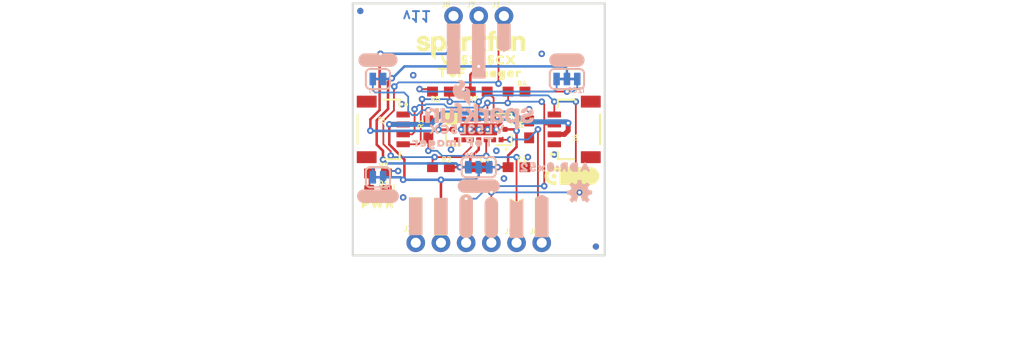
<source format=kicad_pcb>
(kicad_pcb (version 20211014) (generator pcbnew)
  (layers (0 "F.Cu" signal) (31 "B.Cu" signal) (34 "B.Paste" user) (35 "F.Paste" user) (36 "B.SilkS" user "B.Silkscreen") (37 "F.SilkS" user "F.Silkscreen") (38 "B.Mask" user) (39 "F.Mask" user) (44 "Edge.Cuts" user))
  (net 0 "")
  (net 1 "3.3V")
  (net 2 "GND")
  (net 3 "SCL")
  (net 4 "SDA")
  (net 5 "INT")
  (net 6 "N$1")
  (net 7 "N$2")
  (net 8 "~{LP}")
  (net 9 "N$4")
  (net 10 "N$3")
  (net 11 "N$5")
  (net 12 "RST")
  (net 13 "N$6")
  (net 14 "VDDA")
  (net 15 "VDDIO")
  (footprint "boardEagle:0603" (layer "F.Cu") (at 144.6911 108.8136)
    (fp_text reference "R2" (at 0 -0.762) (layer "F.SilkS") (effects (font (size 0.512064 0.512064) (thickness 0.097536)) (justify left)))
    (fp_text value "47k")
    (pad "1" smd roundrect (at -0.85 0) (size 1.1 1) (layers "F.Cu" "F.Paste" "F.Mask") (roundrect_rratio 0.0508) (net 8 "~{LP}"))
    (pad "2" smd roundrect (at 0.85 0) (size 1.1 1) (layers "F.Cu" "F.Paste" "F.Mask") (roundrect_rratio 0.0508) (net 15 "VDDIO"))
  )
  (footprint "boardEagle:#RST#1" (layer "F.Cu") (at 154.8511 113.7666 90)
    (fp_text reference "U$7" hide)
    (fp_text value "" hide)
  )
  (footprint "boardEagle:#3V3#13" (layer "F.Cu") (at 144.6657 113.8174 90)
    (fp_text reference "U$21" hide)
    (fp_text value "" hide)
  )
  (footprint "boardEagle:1X01_NO_SILK" (layer "F.Cu") (at 151.0411 93.5736)
    (fp_text reference "J1" (at -1.27 -1.143) (layer "F.SilkS") (effects (font (size 0.512064 0.512064) (thickness 0.097536)) (justify left)))
    (fp_text value "")
    (pad "1" thru_hole circle (at 0 0 90) (size 1.8796 1.8796) (drill 1.016) (layers *.Cu *.Mask) (net 8 "~{LP}"))
  )
  (footprint "boardEagle:0603" (layer "F.Cu") (at 148.5011 108.8136)
    (fp_text reference "C4" (at 0 -0.762) (layer "F.SilkS") (effects (font (size 0.512064 0.512064) (thickness 0.097536)) (justify left)))
    (fp_text value "0.1uF")
    (pad "1" smd roundrect (at -0.85 0) (size 1.1 1) (layers "F.Cu" "F.Paste" "F.Mask") (roundrect_rratio 0.0508) (net 15 "VDDIO"))
    (pad "2" smd roundrect (at 0.85 0) (size 1.1 1) (layers "F.Cu" "F.Paste" "F.Mask") (roundrect_rratio 0.0508) (net 2 "GND"))
  )
  (footprint "boardEagle:STAND-OFF" (layer "F.Cu") (at 138.3411 115.1636)
    (fp_text reference "JP10" hide)
    (fp_text value "STAND-OFF" hide)
    (pad "" np_thru_hole circle (at 0 0) (size 3.302 3.302) (drill 3.302) (layers *.Cu *.Mask))
  )
  (footprint "boardEagle:CREATIVE_COMMONS" (layer "F.Cu") (at 120.5611 126.5936)
    (fp_text reference "FRAME1" hide)
    (fp_text value "FRAME-LETTER" hide)
  )
  (footprint "boardEagle:QWIIC_5.5MM" (layer "F.Cu") (at 157.8991 109.7026)
    (fp_text reference "LOGO3" hide)
    (fp_text value "QWIIC_LOGO_CONNECTOR" hide)
  )
  (footprint "boardEagle:1X01_NO_SILK" (layer "F.Cu") (at 152.3111 116.4336)
    (fp_text reference "J5" (at -1.27 -1.143) (layer "F.SilkS") (effects (font (size 0.512064 0.512064) (thickness 0.097536)) (justify left)))
    (fp_text value "")
    (pad "1" thru_hole circle (at 0 0 90) (size 1.8796 1.8796) (drill 1.016) (layers *.Cu *.Mask) (net 5 "INT"))
  )
  (footprint "boardEagle:JST04_1MM_RA" (layer "F.Cu") (at 156.1211 105.0036 90)
    (fp_text reference "J4" (at -1.397 2.159 90) (layer "F.SilkS") (effects (font (size 0.512064 0.512064) (thickness 0.097536)) (justify left)))
    (fp_text value "")
    (pad "1" smd roundrect (at -1.5 0 90) (size 0.6 1.35) (layers "F.Cu" "F.Paste" "F.Mask") (roundrect_rratio 0.08466666667) (net 2 "GND"))
    (pad "2" smd roundrect (at -0.5 0 90) (size 0.6 1.35) (layers "F.Cu" "F.Paste" "F.Mask") (roundrect_rratio 0.08466666667) (net 1 "3.3V"))
    (pad "3" smd roundrect (at 0.5 0 90) (size 0.6 1.35) (layers "F.Cu" "F.Paste" "F.Mask") (roundrect_rratio 0.08466666667) (net 4 "SDA"))
    (pad "4" smd roundrect (at 1.5 0 90) (size 0.6 1.35) (layers "F.Cu" "F.Paste" "F.Mask") (roundrect_rratio 0.08466666667) (net 3 "SCL"))
    (pad "NC1" smd roundrect (at 2.8 3.675 90) (size 1.2 2) (layers "F.Cu" "F.Paste" "F.Mask") (roundrect_rratio 0.04233333333))
    (pad "NC2" smd roundrect (at -2.8 3.675 90) (size 1.2 2) (layers "F.Cu" "F.Paste" "F.Mask") (roundrect_rratio 0.04233333333))
  )
  (footprint "boardEagle:0603" (layer "F.Cu") (at 153.5811 105.0036 90)
    (fp_text reference "R6" (at 0 -0.762 90) (layer "F.SilkS") (effects (font (size 0.512064 0.512064) (thickness 0.097536)) (justify left)))
    (fp_text value "47k")
    (pad "1" smd roundrect (at -0.85 0 90) (size 1.1 1) (layers "F.Cu" "F.Paste" "F.Mask") (roundrect_rratio 0.0508) (net 12 "RST"))
    (pad "2" smd roundrect (at 0.85 0 90) (size 1.1 1) (layers "F.Cu" "F.Paste" "F.Mask") (roundrect_rratio 0.0508) (net 2 "GND"))
  )
  (footprint "boardEagle:STAND-OFF" (layer "F.Cu") (at 138.3411 94.8436)
    (fp_text reference "JP3" hide)
    (fp_text value "STAND-OFF" hide)
    (pad "" np_thru_hole circle (at 0 0) (size 3.302 3.302) (drill 3.302) (layers *.Cu *.Mask))
  )
  (footprint "boardEagle:1X04_NO_SILK" (layer "F.Cu") (at 142.1511 116.4336)
    (fp_text reference "J3" (at -1.27 -1.397) (layer "F.SilkS") (effects (font (size 0.512064 0.512064) (thickness 0.097536)) (justify left)))
    (fp_text value "PTH")
    (pad "1" thru_hole circle (at 0 0 90) (size 1.8796 1.8796) (drill 1.016) (layers *.Cu *.Mask) (net 2 "GND"))
    (pad "2" thru_hole circle (at 2.54 0 90) (size 1.8796 1.8796) (drill 1.016) (layers *.Cu *.Mask) (net 1 "3.3V"))
    (pad "3" thru_hole circle (at 5.08 0 90) (size 1.8796 1.8796) (drill 1.016) (layers *.Cu *.Mask) (net 4 "SDA"))
    (pad "4" thru_hole circle (at 7.62 0 90) (size 1.8796 1.8796) (drill 1.016) (layers *.Cu *.Mask) (net 3 "SCL"))
  )
  (footprint "boardEagle:JST04_1MM_RA" (layer "F.Cu") (at 140.8811 105.0036 -90)
    (fp_text reference "J2" (at -1.397 2.159 90) (layer "F.SilkS") (effects (font (size 0.512064 0.512064) (thickness 0.097536)) (justify right)))
    (fp_text value "")
    (pad "1" smd roundrect (at -1.5 0 270) (size 0.6 1.35) (layers "F.Cu" "F.Paste" "F.Mask") (roundrect_rratio 0.08466666667) (net 2 "GND"))
    (pad "2" smd roundrect (at -0.5 0 270) (size 0.6 1.35) (layers "F.Cu" "F.Paste" "F.Mask") (roundrect_rratio 0.08466666667) (net 1 "3.3V"))
    (pad "3" smd roundrect (at 0.5 0 270) (size 0.6 1.35) (layers "F.Cu" "F.Paste" "F.Mask") (roundrect_rratio 0.08466666667) (net 4 "SDA"))
    (pad "4" smd roundrect (at 1.5 0 270) (size 0.6 1.35) (layers "F.Cu" "F.Paste" "F.Mask") (roundrect_rratio 0.08466666667) (net 3 "SCL"))
    (pad "NC1" smd roundrect (at 2.8 3.675 270) (size 1.2 2) (layers "F.Cu" "F.Paste" "F.Mask") (roundrect_rratio 0.04233333333))
    (pad "NC2" smd roundrect (at -2.8 3.675 270) (size 1.2 2) (layers "F.Cu" "F.Paste" "F.Mask") (roundrect_rratio 0.04233333333))
  )
  (footprint "boardEagle:LED-0603" (layer "F.Cu") (at 138.3411 111.0996)
    (fp_text reference "D1" (at 0 -0.635) (layer "F.SilkS") (effects (font (size 0.512064 0.512064) (thickness 0.097536)) (justify left)))
    (fp_text value "RED")
    (pad "A" smd roundrect (at -0.877 0 270) (size 1 1) (layers "F.Cu" "F.Paste" "F.Mask") (roundrect_rratio 0.15) (net 10 "N$3"))
    (pad "C" smd roundrect (at 0.877 0 270) (size 1 1) (layers "F.Cu" "F.Paste" "F.Mask") (roundrect_rratio 0.15) (net 2 "GND"))
  )
  (footprint "boardEagle:0603" (layer "F.Cu") (at 138.3411 109.4486)
    (fp_text reference "R3" (at 0 -0.762) (layer "F.SilkS") (effects (font (size 0.512064 0.512064) (thickness 0.097536)) (justify left)))
    (fp_text value "1k")
    (pad "1" smd roundrect (at -0.85 0) (size 1.1 1) (layers "F.Cu" "F.Paste" "F.Mask") (roundrect_rratio 0.0508) (net 10 "N$3"))
    (pad "2" smd roundrect (at 0.85 0) (size 1.1 1) (layers "F.Cu" "F.Paste" "F.Mask") (roundrect_rratio 0.0508) (net 11 "N$5"))
  )
  (footprint "boardEagle:VL53L5CX0" (layer "F.Cu") (at 148.5011 98.0186)
    (fp_text reference "U$17" hide)
    (fp_text value "" hide)
  )
  (footprint "boardEagle:STAND-OFF" (layer "F.Cu") (at 158.6611 115.1636)
    (fp_text reference "JP11" hide)
    (fp_text value "STAND-OFF" hide)
    (pad "" np_thru_hole circle (at 0 0) (size 3.302 3.302) (drill 3.302) (layers *.Cu *.Mask))
  )
  (footprint "boardEagle:#GND#62130" (layer "F.Cu") (at 142.1511 113.7158 90)
    (fp_text reference "U$26" hide)
    (fp_text value "" hide)
  )
  (footprint "boardEagle:1X01_NO_SILK" (layer "F.Cu") (at 145.9611 93.5736)
    (fp_text reference "J8" (at -1.27 -1.143) (layer "F.SilkS") (effects (font (size 0.512064 0.512064) (thickness 0.097536)) (justify left)))
    (fp_text value "")
    (pad "1" thru_hole circle (at 0 0 90) (size 1.8796 1.8796) (drill 1.016) (layers *.Cu *.Mask) (net 14 "VDDA"))
  )
  (footprint "boardEagle:1X01_NO_SILK" (layer "F.Cu") (at 154.8511 116.4336)
    (fp_text reference "J6" (at -1.27 -1.143) (layer "F.SilkS") (effects (font (size 0.512064 0.512064) (thickness 0.097536)) (justify left)))
    (fp_text value "")
    (pad "1" thru_hole circle (at 0 0 90) (size 1.8796 1.8796) (drill 1.016) (layers *.Cu *.Mask) (net 12 "RST"))
  )
  (footprint "boardEagle:1X01_NO_SILK" (layer "F.Cu") (at 148.5011 93.5736)
    (fp_text reference "J7" (at -1.27 -1.143) (layer "F.SilkS") (effects (font (size 0.512064 0.512064) (thickness 0.097536)) (justify left)))
    (fp_text value "")
    (pad "1" thru_hole circle (at 0 0 90) (size 1.8796 1.8796) (drill 1.016) (layers *.Cu *.Mask) (net 15 "VDDIO"))
  )
  (footprint "boardEagle:TOF1" (layer "F.Cu") (at 145.8341 99.2886)
    (fp_text reference "U$23" hide)
    (fp_text value "" hide)
  )
  (footprint "boardEagle:0603" (layer "F.Cu") (at 143.4211 105.0036 90)
    (fp_text reference "R1" (at 0 -0.762 90) (layer "F.SilkS") (effects (font (size 0.512064 0.512064) (thickness 0.097536)) (justify left)))
    (fp_text value "47k")
    (pad "1" smd roundrect (at -0.85 0 90) (size 1.1 1) (layers "F.Cu" "F.Paste" "F.Mask") (roundrect_rratio 0.0508) (net 5 "INT"))
    (pad "2" smd roundrect (at 0.85 0 90) (size 1.1 1) (layers "F.Cu" "F.Paste" "F.Mask") (roundrect_rratio 0.0508) (net 9 "N$4"))
  )
  (footprint "boardEagle:MICRO-FIDUCIAL" (layer "F.Cu") (at 160.3121 116.8146)
    (fp_text reference "JP2" hide)
    (fp_text value "FIDUCIALUFIDUCIAL" hide)
    (pad "1" smd roundrect (at 0 0) (size 0.635 0.635) (layers "F.Cu" "F.Mask") (roundrect_rratio 0.5))
  )
  (footprint "boardEagle:PWR12" (layer "F.Cu") (at 138.3411 112.4966)
    (fp_text reference "U$4" hide)
    (fp_text value "" hide)
  )
  (footprint "boardEagle:0603" (layer "F.Cu") (at 148.5011 101.1936 180)
    (fp_text reference "R7" (at 0 -0.762) (layer "F.SilkS") (effects (font (size 0.512064 0.512064) (thickness 0.097536)) (justify right)))
    (fp_text value "47k")
    (pad "1" smd roundrect (at -0.85 0 180) (size 1.1 1) (layers "F.Cu" "F.Paste" "F.Mask") (roundrect_rratio 0.0508) (net 13 "N$6"))
    (pad "2" smd roundrect (at 0.85 0 180) (size 1.1 1) (layers "F.Cu" "F.Paste" "F.Mask") (roundrect_rratio 0.0508) (net 15 "VDDIO"))
  )
  (footprint "boardEagle:#SDA#62131" (layer "F.Cu") (at 147.2311 113.7412 90)
    (fp_text reference "U$28" hide)
    (fp_text value "" hide)
  )
  (footprint "boardEagle:#INT#0" (layer "F.Cu") (at 152.3111 113.8936 90)
    (fp_text reference "U$6" hide)
    (fp_text value "" hide)
  )
  (footprint "boardEagle:STAND-OFF" (layer "F.Cu") (at 158.6611 94.8436)
    (fp_text reference "JP4" hide)
    (fp_text value "STAND-OFF" hide)
    (pad "" np_thru_hole circle (at 0 0) (size 3.302 3.302) (drill 3.302) (layers *.Cu *.Mask))
  )
  (footprint "boardEagle:0603" (layer "F.Cu") (at 144.6911 101.1936 180)
    (fp_text reference "R5" (at 0 -0.762) (layer "F.SilkS") (effects (font (size 0.512064 0.512064) (thickness 0.097536)) (justify right)))
    (fp_text value "2.2k")
    (pad "1" smd roundrect (at -0.85 0 180) (size 1.1 1) (layers "F.Cu" "F.Paste" "F.Mask") (roundrect_rratio 0.0508) (net 3 "SCL"))
    (pad "2" smd roundrect (at 0.85 0 180) (size 1.1 1) (layers "F.Cu" "F.Paste" "F.Mask") (roundrect_rratio 0.0508) (net 6 "N$1"))
  )
  (footprint "boardEagle:#SCL#62132" (layer "F.Cu") (at 149.7711 113.8936 90)
    (fp_text reference "U$29" hide)
    (fp_text value "" hide)
  )
  (footprint "boardEagle:0603" (layer "F.Cu") (at 152.3111 101.1936)
    (fp_text reference "R4" (at 0 -0.762) (layer "F.SilkS") (effects (font (size 0.512064 0.512064) (thickness 0.097536)) (justify left)))
    (fp_text value "2.2k")
    (pad "1" smd roundrect (at -0.85 0) (size 1.1 1) (layers "F.Cu" "F.Paste" "F.Mask") (roundrect_rratio 0.0508) (net 4 "SDA"))
    (pad "2" smd roundrect (at 0.85 0) (size 1.1 1) (layers "F.Cu" "F.Paste" "F.Mask") (roundrect_rratio 0.0508) (net 7 "N$2"))
  )
  (footprint "boardEagle:VL53L5CX" (layer "F.Cu") (at 148.5011 105.0036)
    (fp_text reference "U1" (at -2.45 -1.75) (layer "F.SilkS") (effects (font (size 0.470611 0.470611) (thickness 0.037389)) (justify left)))
    (fp_text value "VL53L5CX")
    (fp_poly (pts (xy 2.35 0.9) (xy 2.5 0.9) (xy 2.5 0.75) (xy 2.35 0.75)) (layer "F.Cu") (width 0) (fill solid))
    (pad "A1" smd roundrect (at 2.25 1.05) (size 0.5 0.5) (layers "F.Cu" "F.Mask") (roundrect_rratio 0.1016) (net 12 "RST"))
    (pad "A2" smd roundrect (at 1.5 1.05) (size 0.5 0.5) (layers "F.Cu" "F.Mask") (roundrect_rratio 0.1016) (net 2 "GND"))
    (pad "A3" smd roundrect (at 0.75 1.05) (size 0.5 0.5) (layers "F.Cu" "F.Mask") (roundrect_rratio 0.1016) (net 5 "INT"))
    (pad "A4" smd roundrect (at 0 1.05) (size 0.5 0.5) (layers "F.Cu" "F.Mask") (roundrect_rratio 0.1016) (net 15 "VDDIO"))
    (pad "A5" smd roundrect (at -0.75 1.05) (size 0.5 0.5) (layers "F.Cu" "F.Mask") (roundrect_rratio 0.1016) (net 8 "~{LP}"))
    (pad "A6" smd roundrect (at -1.5 1.05) (size 0.5 0.5) (layers "F.Cu" "F.Mask") (roundrect_rratio 0.1016) (net 2 "GND"))
    (pad "A7" smd roundrect (at -2.25 1.05) (size 0.5 0.5) (layers "F.Cu" "F.Mask") (roundrect_rratio 0.1016) (net 2 "GND"))
    (pad "B1" smd roundrect (at 2.65 0) (size 0.5 0.5) (layers "F.Cu" "F.Mask") (roundrect_rratio 0.1016) (net 14 "VDDA"))
    (pad "B4" smd roundrect (at 0 0) (size 3.7 1.2) (layers "F.Cu" "F.Mask") (roundrect_rratio 0.04233333333) (net 2 "GND"))
    (pad "B7" smd roundrect (at -2.65 0 180) (size 0.5 0.5) (layers "F.Cu" "F.Mask") (roundrect_rratio 0.1016) (net 14 "VDDA"))
    (pad "C1" smd roundrect (at 2.25 -1.05) (size 0.5 0.5) (layers "F.Cu" "F.Mask") (roundrect_rratio 0.1016) (net 2 "GND"))
    (pad "C2" smd roundrect (at 1.5 -1.05) (size 0.5 0.5) (layers "F.Cu" "F.Mask") (roundrect_rratio 0.1016) (net 13 "N$6"))
    (pad "C3" smd roundrect (at 0.75 -1.05) (size 0.5 0.5) (layers "F.Cu" "F.Mask") (roundrect_rratio 0.1016) (net 4 "SDA"))
    (pad "C4" smd roundrect (at 0 -1.05) (size 0.5 0.5) (layers "F.Cu" "F.Mask") (roundrect_rratio 0.1016) (net 3 "SCL"))
    (pad "C5" smd roundrect (at -0.75 -1.05) (size 0.5 0.5) (layers "F.Cu" "F.Mask") (roundrect_rratio 0.1016))
    (pad "C6" smd roundrect (at -1.5 -1.05) (size 0.5 0.5) (layers "F.Cu" "F.Mask") (roundrect_rratio 0.1016) (net 2 "GND"))
    (pad "C7" smd roundrect (at -2.25 -1.05) (size 0.5 0.5) (layers "F.Cu" "F.Mask") (roundrect_rratio 0.1016) (net 2 "GND"))
  )
  (footprint "boardEagle:SFE_LOGO_NAME_.1" (layer "F.Cu") (at 147.7391 96.4946)
    (fp_text reference "U$1" hide)
    (fp_text value "SFE_LOGO_NAME.1_INCH" hide)
  )
  (footprint "boardEagle:MICRO-FIDUCIAL" (layer "F.Cu") (at 136.5631 93.0656)
    (fp_text reference "JP6" hide)
    (fp_text value "FIDUCIALUFIDUCIAL" hide)
    (pad "1" smd roundrect (at 0 0) (size 0.635 0.635) (layers "F.Cu" "F.Mask") (roundrect_rratio 0.5))
  )
  (footprint "boardEagle:0603" (layer "F.Cu") (at 152.3111 108.8136)
    (fp_text reference "C1" (at 0 -0.762) (layer "F.SilkS") (effects (font (size 0.512064 0.512064) (thickness 0.097536)) (justify left)))
    (fp_text value "4.7uF")
    (pad "1" smd roundrect (at -0.85 0) (size 1.1 1) (layers "F.Cu" "F.Paste" "F.Mask") (roundrect_rratio 0.0508) (net 14 "VDDA"))
    (pad "2" smd roundrect (at 0.85 0) (size 1.1 1) (layers "F.Cu" "F.Paste" "F.Mask") (roundrect_rratio 0.0508) (net 2 "GND"))
  )
  (footprint "boardEagle:IMAGER2" (layer "F.Cu") (at 150.4061 99.2886)
    (fp_text reference "U$18" hide)
    (fp_text value "" hide)
  )
  (footprint "boardEagle:#GND#62130" (layer "B.Cu") (at 142.1511 113.7666 -90)
    (fp_text reference "U$30" hide)
    (fp_text value "" hide)
  )
  (footprint "boardEagle:SFE_LOGO_NAME_FLAME_.1" (layer "B.Cu") (at 148.5011 103.7336 180)
    (fp_text reference "U$2" hide)
    (fp_text value "SFE_LOGO_NAME_FLAME.1_INCH" hide)
  )
  (footprint "boardEagle:OSHW-LOGO-MINI" (layer "B.Cu") (at 158.6611 111.3536 180)
    (fp_text reference "LOGO1" hide)
    (fp_text value "OSHW-LOGOMINI" hide)
  )
  (footprint "boardEagle:IMAGER2" (layer "B.Cu") (at 144.1831 106.2736 180)
    (fp_text reference "U$22" hide)
    (fp_text value "" hide)
  )
  (footprint "boardEagle:#VDDA#0" (layer "B.Cu") (at 145.9611 96.8756 -90)
    (fp_text reference "U$12" hide)
    (fp_text value "" hide)
  )
  (footprint "boardEagle:#PSU#0" (layer "B.Cu") (at 148.5011 110.7186 180)
    (fp_text reference "U$15" hide)
    (fp_text value "" hide)
  )
  (footprint "boardEagle:TOF1" (layer "B.Cu") (at 148.5011 106.2736 180)
    (fp_text reference "U$20" hide)
    (fp_text value "" hide)
  )
  (footprint "boardEagle:#3V3#13" (layer "B.Cu") (at 144.6911 113.7666 -90)
    (fp_text reference "U$3" hide)
    (fp_text value "" hide)
  )
  (footprint "boardEagle:#INT_#0" (layer "B.Cu") (at 152.3111 114.1476 -90)
    (fp_text reference "U$8" hide)
    (fp_text value "" hide)
  )
  (footprint "boardEagle:#LED#10" (layer "B.Cu") (at 138.3411 111.7346 180)
    (fp_text reference "U$5" hide)
    (fp_text value "" hide)
  )
  (footprint "boardEagle:SMT-JUMPER_2_NC_TRACE_SILK" (layer "B.Cu") (at 138.3411 109.8296)
    (fp_text reference "JP7" (at 0 1.143) (layer "B.SilkS") (effects (font (size 0.512064 0.512064) (thickness 0.097536)) (justify right mirror)))
    (fp_text value "PWR_LED")
    (fp_poly (pts (xy 0.1905 -0.13335) (xy -0.70485 -0.13335) (xy -0.70485 0.13335) (xy 0.1905 0.13335)) (layer "B.Cu") (width 0) (fill solid))
    (pad "1" smd roundrect (at -0.5207 0) (size 0.6604 1.27) (layers "B.Cu" "B.Mask") (roundrect_rratio 0.07692307692) (net 11 "N$5"))
    (pad "2" smd roundrect (at 0.5207 0) (size 0.6604 1.27) (layers "B.Cu" "B.Mask") (roundrect_rratio 0.07692307692) (net 1 "3.3V"))
  )
  (footprint "boardEagle:MICRO-FIDUCIAL" (layer "B.Cu") (at 160.3121 116.8146 180)
    (fp_text reference "JP5" hide)
    (fp_text value "FIDUCIALUFIDUCIAL" hide)
    (pad "1" smd roundrect (at 0 0 180) (size 0.635 0.635) (layers "B.Cu" "B.Mask") (roundrect_rratio 0.5))
  )
  (footprint "boardEagle:##LP##2" (layer "B.Cu") (at 151.0411 95.6056 -90)
    (fp_text reference "U$10" hide)
    (fp_text value "" hide)
  )
  (footprint "boardEagle:#SCL#1" (layer "B.Cu") (at 149.7711 113.8936 -90)
    (fp_text reference "U$24" hide)
    (fp_text value "" hide)
  )
  (footprint "boardEagle:SMT-JUMPER_2_NC_TRACE_SILK" (layer "B.Cu") (at 138.3411 99.9236)
    (fp_text reference "JP9" (at -0.9525 1.27) (layer "B.SilkS") (effects (font (size 0.367386 0.367386) (thickness 0.039014)) (justify right mirror)))
    (fp_text value "INT")
    (fp_poly (pts (xy 0.1905 -0.13335) (xy -0.70485 -0.13335) (xy -0.70485 0.13335) (xy 0.1905 0.13335)) (layer "B.Cu") (width 0) (fill solid))
    (pad "1" smd roundrect (at -0.5207 0) (size 0.6604 1.27) (layers "B.Cu" "B.Mask") (roundrect_rratio 0.07692307692) (net 9 "N$4"))
    (pad "2" smd roundrect (at 0.5207 0) (size 0.6604 1.27) (layers "B.Cu" "B.Mask") (roundrect_rratio 0.07692307692) (net 15 "VDDIO"))
  )
  (footprint "boardEagle:VL53L5CX0" (layer "B.Cu") (at 147.2311 105.0036 180)
    (fp_text reference "U$19" hide)
    (fp_text value "" hide)
  )
  (footprint "boardEagle:#INT#1" (layer "B.Cu") (at 138.3411 98.0186 180)
    (fp_text reference "U$11" hide)
    (fp_text value "" hide)
  )
  (footprint "boardEagle:#VDDIO#1" (layer "B.Cu") (at 148.5011 97.1296 -90)
    (fp_text reference "U$14" hide)
    (fp_text value "" hide)
  )
  (footprint "boardEagle:SMT-JUMPER_3_2-NC_TRACE_SILK" (layer "B.Cu") (at 148.5011 108.8136 180)
    (fp_text reference "JP8" (at 0 1.143) (layer "B.SilkS") (effects (font (size 0.512064 0.512064) (thickness 0.097536)) (justify left mirror)))
    (fp_text value "PSU")
    (fp_poly (pts (xy 0.7112 -0.13335) (xy -0.7112 -0.13335) (xy -0.7112 0.13335) (xy 0.7112 0.13335)) (layer "B.Cu") (width 0) (fill solid))
    (pad "1" smd roundrect (at -1.0414 0 180) (size 0.6604 1.27) (layers "B.Cu" "B.Mask") (roundrect_rratio 0.07692307692) (net 14 "VDDA"))
    (pad "2" smd roundrect (at 0 0 180) (size 0.6604 1.27) (layers "B.Cu" "B.Mask") (roundrect_rratio 0.07692307692) (net 1 "3.3V"))
    (pad "3" smd roundrect (at 1.0414 0 180) (size 0.6604 1.27) (layers "B.Cu" "B.Mask") (roundrect_rratio 0.07692307692) (net 15 "VDDIO"))
  )
  (footprint "boardEagle:#SDA#0" (layer "B.Cu") (at 147.2311 113.7666 -90)
    (fp_text reference "U$25" hide)
    (fp_text value "" hide)
  )
  (footprint "boardEagle:MICRO-FIDUCIAL" (layer "B.Cu") (at 136.5631 93.0656 180)
    (fp_text reference "JP1" hide)
    (fp_text value "FIDUCIALUFIDUCIAL" hide)
    (pad "1" smd roundrect (at 0 0 180) (size 0.635 0.635) (layers "B.Cu" "B.Mask") (roundrect_rratio 0.5))
  )
  (footprint "boardEagle:SMT-JUMPER_3_2-NC_TRACE_SILK" (layer "B.Cu") (at 157.3911 99.9236)
    (fp_text reference "I2C0" (at 0 1.143) (layer "B.SilkS") (effects (font (size 0.512064 0.512064) (thickness 0.097536)) (justify right mirror)))
    (fp_text value "JUMPER-SMT_3_2-NC_TRACE_SILK")
    (fp_poly (pts (xy 0.7112 -0.13335) (xy -0.7112 -0.13335) (xy -0.7112 0.13335) (xy 0.7112 0.13335)) (layer "B.Cu") (width 0) (fill solid))
    (pad "1" smd roundrect (at -1.0414 0) (size 0.6604 1.27) (layers "B.Cu" "B.Mask") (roundrect_rratio 0.07692307692) (net 6 "N$1"))
    (pad "2" smd roundrect (at 0 0) (size 0.6604 1.27) (layers "B.Cu" "B.Mask") (roundrect_rratio 0.07692307692) (net 15 "VDDIO"))
    (pad "3" smd roundrect (at 1.0414 0) (size 0.6604 1.27) (layers "B.Cu" "B.Mask") (roundrect_rratio 0.07692307692) (net 7 "N$2"))
  )
  (footprint "boardEagle:#RST_#1" (layer "B.Cu") (at 154.8511 113.8936 -90)
    (fp_text reference "U$9" hide)
    (fp_text value "" hide)
  )
  (footprint "boardEagle:ADR#0X520" (layer "B.Cu") (at 156.1211 108.8136 180)
    (fp_text reference "U$13" hide)
    (fp_text value "" hide)
  )
  (footprint "boardEagle:#I�C#0" (layer "B.Cu") (at 157.3911 98.0186 180)
    (fp_text reference "U$16" hide)
    (fp_text value "" hide)
  )
  (gr_line (start 135.8011 92.3036) (end 161.2011 92.3036) (layer "Edge.Cuts") (width 0.2032))
  (gr_line (start 135.8011 117.7036) (end 135.8011 92.3036) (layer "Edge.Cuts") (width 0.2032))
  (gr_line (start 161.2011 92.3036) (end 161.2011 117.7036) (layer "Edge.Cuts") (width 0.2032))
  (gr_line (start 161.2011 117.7036) (end 135.8011 117.7036) (layer "Edge.Cuts") (width 0.2032))
  (gr_text "v11" (at 142.2781 93.5736 -180) (layer "B.Cu") (effects (font (size 1.0795 1.0795) (thickness 0.1905)) (justify mirror)))
  (segment (start 140.8811 104.5036) (end 139.4921 104.5036) (width 0.508) (layer "F.Cu") (net 1))
  (segment (start 157.1451 105.5036) (end 156.1211 105.5036) (width 0.508) (layer "F.Cu") (net 1))
  (segment (start 139.4841 104.4956) (end 139.4841 106.5276) (width 0.254) (layer "F.Cu") (net 1))
  (segment (start 139.4841 106.5276) (end 141.0081 108.0516) (width 0.254) (layer "F.Cu") (net 1))
  (segment (start 144.6911 116.4336) (end 144.6911 110.0836) (width 0.254) (layer "F.Cu") (net 1))
  (segment (start 141.0081 109.9566) (end 140.8811 110.0836) (width 0.254) (layer "F.Cu") (net 1))
  (segment (start 157.5181 104.3686) (end 157.5181 105.1306) (width 0.508) (layer "F.Cu") (net 1))
  (segment (start 157.5181 105.1306) (end 157.1451 105.5036) (width 0.508) (layer "F.Cu") (net 1))
  (segment (start 139.4921 104.5036) (end 139.4841 104.4956) (width 0.3048) (layer "F.Cu") (net 1))
  (segment (start 141.0081 108.0516) (end 141.0081 109.9566) (width 0.254) (layer "F.Cu") (net 1))
  (via (at 139.4841 104.4956) (size 0.6604) (drill 0.3048) (layers "F.Cu" "B.Cu") (net 1))
  (via (at 140.8811 110.0836) (size 0.6604) (drill 0.3048) (layers "F.Cu" "B.Cu") (net 1))
  (via (at 144.6911 110.0836) (size 0.6604) (drill 0.3048) (layers "F.Cu" "B.Cu") (net 1))
  (via (at 157.5181 104.3686) (size 0.6604) (drill 0.3048) (layers "F.Cu" "B.Cu") (net 1))
  (segment (start 152.0571 103.3526) (end 144.8181 103.3526) (width 0.508) (layer "B.Cu") (net 1))
  (segment (start 148.1201 110.0836) (end 148.5011 109.7026) (width 0.254) (layer "B.Cu") (net 1))
  (segment (start 138.8618 109.8296) (end 140.6271 109.8296) (width 0.254) (layer "B.Cu") (net 1))
  (segment (start 148.5011 109.7026) (end 148.5011 108.8136) (width 0.254) (layer "B.Cu") (net 1))
  (segment (start 144.6911 110.0836) (end 148.1201 110.0836) (width 0.254) (layer "B.Cu") (net 1))
  (segment (start 140.8811 110.0836) (end 144.6911 110.0836) (width 0.254) (layer "B.Cu") (net 1))
  (segment (start 140.6271 109.8296) (end 140.8811 110.0836) (width 0.254) (layer "B.Cu") (net 1))
  (segment (start 157.5181 104.3686) (end 157.3911 104.2416) (width 0.3048) (layer "B.Cu") (net 1))
  (segment (start 152.9461 104.2416) (end 152.0571 103.3526) (width 0.508) (layer "B.Cu") (net 1))
  (segment (start 144.8181 103.3526) (end 143.6751 104.4956) (width 0.508) (layer "B.Cu") (net 1))
  (segment (start 157.3911 104.2416) (end 152.9461 104.2416) (width 0.508) (layer "B.Cu") (net 1))
  (segment (start 139.4841 104.4956) (end 143.6751 104.4956) (width 0.508) (layer "B.Cu") (net 1))
  (segment (start 150.7511 103.9536) (end 150.7511 104.336625) (width 0.3048) (layer "F.Cu") (net 2))
  (segment (start 150.7511 104.336625) (end 150.2791 104.808625) (width 0.3048) (layer "F.Cu") (net 2))
  (segment (start 150.2791 104.808625) (end 150.2791 105.0036) (width 0.3048) (layer "F.Cu") (net 2))
  (via (at 140.7541 102.4636) (size 0.6604) (drill 0.3048) (layers "F.Cu" "B.Cu") (net 2))
  (via (at 153.5811 102.9716) (size 0.6604) (drill 0.3048) (layers "F.Cu" "B.Cu") (net 2))
  (via (at 153.4541 107.7976) (size 0.6604) (drill 0.3048) (layers "F.Cu" "B.Cu") (net 2))
  (via (at 154.8511 97.3836) (size 0.6604) (drill 0.3048) (layers "F.Cu" "B.Cu") (net 2))
  (via (at 149.3901 105.0036) (size 0.6604) (drill 0.3048) (layers "F.Cu" "B.Cu") (net 2))
  (via (at 146.7231 105.0036) (size 0.6604) (drill 0.3048) (layers "F.Cu" "B.Cu") (net 2))
  (via (at 140.8811 111.8616) (size 0.6604) (drill 0.3048) (layers "F.Cu" "B.Cu") (net 2))
  (via (at 150.2791 107.1626) (size 0.6604) (drill 0.3048) (layers "F.Cu" "B.Cu") (net 2))
  (via (at 141.8971 99.5426) (size 0.6604) (drill 0.3048) (layers "F.Cu" "B.Cu") (net 2))
  (via (at 145.7071 107.0356) (size 0.6604) (drill 0.3048) (layers "F.Cu" "B.Cu") (net 2))
  (via (at 150.2791 105.0036) (size 0.6604) (drill 0.3048) (layers "F.Cu" "B.Cu") (net 2))
  (via (at 151.0411 109.9566) (size 0.6604) (drill 0.3048) (layers "F.Cu" "B.Cu") (net 2))
  (via (at 144.6911 106.4006) (size 0.6604) (drill 0.3048) (layers "F.Cu" "B.Cu") (net 2))
  (via (at 147.6121 105.0036) (size 0.6604) (drill 0.3048) (layers "F.Cu" "B.Cu") (net 2))
  (via (at 156.1211 107.5436) (size 0.6604) (drill 0.3048) (layers "F.Cu" "B.Cu") (net 2))
  (via (at 148.5011 105.0036) (size 0.6604) (drill 0.3048) (layers "F.Cu" "B.Cu") (net 2))
  (segment (start 158.2881 110.9806) (end 158.2881 102.2096) (width 0.1778) (layer "F.Cu") (net 3))
  (segment (start 142.4291 106.5036) (end 140.8811 106.5036) (width 0.1778) (layer "F.Cu") (net 3))
  (segment (start 145.5411 102.1706) (end 145.5801 102.2096) (width 0.1778) (layer "F.Cu") (net 3))
  (segment (start 142.6544 103.493132) (end 142.6544 106.2783) (width 0.1778) (layer "F.Cu") (net 3))
  (segment (start 149.7711 116.4336) (end 149.7711 111.3536) (width 0.1778) (layer "F.Cu") (net 3))
  (segment (start 142.7861 101.9556) (end 142.7861 103.361432) (width 0.1778) (layer "F.Cu") (net 3))
  (segment (start 156.1211 102.2096) (end 156.1211 103.5036) (width 0.1778) (layer "F.Cu") (net 3))
  (segment (start 158.6611 111.3536) (end 158.2881 110.9806) (width 0.1778) (layer "F.Cu") (net 3))
  (segment (start 148.5011 103.9536) (end 148.5011 102.2096) (width 0.1778) (layer "F.Cu") (net 3))
  (segment (start 142.7861 103.361432) (end 142.6544 103.493132) (width 0.1778) (layer "F.Cu") (net 3))
  (segment (start 142.6544 106.2783) (end 142.4291 106.5036) (width 0.1778) (layer "F.Cu") (net 3))
  (segment (start 145.5411 101.1936) (end 145.5411 102.1706) (width 0.1778) (layer "F.Cu") (net 3))
  (via (at 156.1211 102.2096) (size 0.6604) (drill 0.3048) (layers "F.Cu" "B.Cu") (net 3))
  (via (at 149.7711 111.3536) (size 0.6604) (drill 0.3048) (layers "F.Cu" "B.Cu") (net 3))
  (via (at 142.7861 101.9556) (size 0.6604) (drill 0.3048) (layers "F.Cu" "B.Cu") (net 3))
  (via (at 148.5011 102.2096) (size 0.6604) (drill 0.3048) (layers "F.Cu" "B.Cu") (net 3))
  (via (at 145.5801 102.2096) (size 0.6604) (drill 0.3048) (layers "F.Cu" "B.Cu") (net 3))
  (via (at 158.6611 111.3536) (size 0.6604) (drill 0.3048) (layers "F.Cu" "B.Cu") (net 3))
  (via (at 158.2881 102.2096) (size 0.6604) (drill 0.3048) (layers "F.Cu" "B.Cu") (net 3))
  (segment (start 148.5011 102.2096) (end 149.1361 101.5746) (width 0.1778) (layer "B.Cu") (net 3))
  (segment (start 155.4861 101.5746) (end 149.1361 101.5746) (width 0.1778) (layer "B.Cu") (net 3))
  (segment (start 145.3261 101.9556) (end 142.7861 101.9556) (width 0.1778) (layer "B.Cu") (net 3))
  (segment (start 149.7711 111.3536) (end 158.6611 111.3536) (width 0.1778) (layer "B.Cu") (net 3))
  (segment (start 145.5801 102.2096) (end 148.5011 102.2096) (width 0.1778) (layer "B.Cu") (net 3))
  (segment (start 145.5801 102.2096) (end 145.3261 101.9556) (width 0.1778) (layer "B.Cu") (net 3))
  (segment (start 158.2881 102.2096) (end 156.1211 102.2096) (width 0.1778) (layer "B.Cu") (net 3))
  (segment (start 155.4861 101.5746) (end 156.1211 102.2096) (width 0.1778) (layer "B.Cu") (net 3))
  (segment (start 141.7781 105.5036) (end 142.033309 105.248391) (width 0.1778) (layer "F.Cu") (net 4))
  (segment (start 155.1051 110.7186) (end 155.1051 104.4956) (width 0.1778) (layer "F.Cu") (net 4))
  (segment (start 149.2511 103.9536) (end 149.3781 103.8266) (width 0.1778) (layer "F.Cu") (net 4))
  (segment (start 155.1131 104.5036) (end 155.1051 104.4956) (width 0.1778) (layer "F.Cu") (net 4))
  (segment (start 155.1051 104.4956) (end 155.1051 102.4636) (width 0.1778) (layer "F.Cu") (net 4))
  (segment (start 149.3781 102.3366) (end 149.3781 103.8266) (width 0.1778) (layer "F.Cu") (net 4))
  (segment (start 147.2311 116.4336) (end 147.2311 111.9886) (width 0.1778) (layer "F.Cu") (net 4))
  (segment (start 140.8811 105.5036) (end 141.7781 105.5036) (width 0.1778) (layer "F.Cu") (net 4))
  (segment (start 142.033309 105.248391) (end 142.033309 102.962391) (width 0.1778) (layer "F.Cu") (net 4))
  (segment (start 156.1211 104.5036) (end 155.1131 104.5036) (width 0.1778) (layer "F.Cu") (net 4))
  (segment (start 151.4611 101.1936) (end 151.4611 102.2976) (width 0.1778) (layer "F.Cu") (net 4))
  (segment (start 151.4611 102.2976) (end 151.4221 102.3366) (width 0.1778) (layer "F.Cu") (net 4))
  (segment (start 155.1051 102.4636) (end 154.8511 102.2096) (width 0.1778) (layer "F.Cu") (net 4))
  (via (at 154.8511 102.2096) (size 0.6604) (drill 0.3048) (layers "F.Cu" "B.Cu") (net 4))
  (via (at 155.1051 110.7186) (size 0.6604) (drill 0.3048) (layers "F.Cu" "B.Cu") (net 4))
  (via (at 149.3781 102.3366) (size 0.6604) (drill 0.3048) (layers "F.Cu" "B.Cu") (net 4))
  (via (at 142.033309 102.962391) (size 0.6604) (drill 0.3048) (layers "F.Cu" "B.Cu") (net 4))
  (via (at 147.2311 111.9886) (size 0.6604) (drill 0.3048) (layers "F.Cu" "B.Cu") (net 4))
  (via (at 151.4221 102.3366) (size 0.6604) (drill 0.3048) (layers "F.Cu" "B.Cu") (net 4))
  (segment (start 142.4432 102.5525) (end 143.09765 102.5525) (width 0.1778) (layer "B.Cu") (net 4))
  (segment (start 143.09765 102.5525) (end 143.17385 102.4763) (width 0.1778) (layer "B.Cu") (net 4))
  (segment (start 149.5171 110.7186) (end 148.2471 111.9886) (width 0.1778) (layer "B.Cu") (net 4))
  (segment (start 149.5171 110.7186) (end 155.1051 110.7186) (width 0.1778) (layer "B.Cu") (net 4))
  (segment (start 154.8511 102.2096) (end 151.5491 102.2096) (width 0.1778) (layer "B.Cu") (net 4))
  (segment (start 148.9082 102.8065) (end 149.3781 102.3366) (width 0.1778) (layer "B.Cu") (net 4))
  (segment (start 148.2471 111.9886) (end 147.2311 111.9886) (width 0.1778) (layer "B.Cu") (net 4))
  (segment (start 142.033309 102.962391) (end 142.4432 102.5525) (width 0.1778) (layer "B.Cu") (net 4))
  (segment (start 145.33285 102.8065) (end 148.9082 102.8065) (width 0.1778) (layer "B.Cu") (net 4))
  (segment (start 149.3781 102.3366) (end 151.4221 102.3366) (width 0.1778) (layer "B.Cu") (net 4))
  (segment (start 145.00265 102.4763) (end 145.33285 102.8065) (width 0.1778) (layer "B.Cu") (net 4))
  (segment (start 151.5491 102.2096) (end 151.4221 102.3366) (width 0.1778) (layer "B.Cu") (net 4))
  (segment (start 143.17385 102.4763) (end 145.00265 102.4763) (width 0.1778) (layer "B.Cu") (net 4))
  (segment (start 152.3111 116.4336) (end 152.3111 107.806632) (width 0.1778) (layer "F.Cu") (net 5))
  (segment (start 149.2511 107.6586) (end 149.2631 107.6706) (width 0.1778) (layer "F.Cu") (net 5))
  (segment (start 152.3111 107.806632) (end 152.315615 107.802116) (width 0.1778) (layer "F.Cu") (net 5))
  (segment (start 143.4211 107.1626) (end 143.4211 105.8536) (width 0.1778) (layer "F.Cu") (net 5))
  (segment (start 149.2511 106.0536) (end 149.2511 107.6586) (width 0.1778) (layer "F.Cu") (net 5))
  (via (at 149.2631 107.6706) (size 0.6604) (drill 0.3048) (layers "F.Cu" "B.Cu") (net 5))
  (via (at 143.4211 107.1626) (size 0.6604) (drill 0.3048) (layers "F.Cu" "B.Cu") (net 5))
  (via (at 152.315615 107.802116) (size 0.6604) (drill 0.3048) (layers "F.Cu" "B.Cu") (net 5))
  (segment (start 149.5171 107.6706) (end 149.2631 107.6706) (width 0.1778) (layer "B.Cu") (net 5))
  (segment (start 152.315615 107.802116) (end 149.648615 107.802116) (width 0.1778) (layer "B.Cu") (net 5))
  (segment (start 144.3101 107.1626) (end 143.4211 107.1626) (width 0.1778) (layer "B.Cu") (net 5))
  (segment (start 149.648615 107.802116) (end 149.5171 107.6706) (width 0.1778) (layer "B.Cu") (net 5))
  (segment (start 144.8181 107.6706) (end 144.3101 107.1626) (width 0.1778) (layer "B.Cu") (net 5))
  (segment (start 149.2631 107.6706) (end 144.8181 107.6706) (width 0.1778) (layer "B.Cu") (net 5))
  (segment (start 143.8411 101.1936) (end 143.5871 100.9396) (width 0.1778) (layer "F.Cu") (net 6))
  (segment (start 143.5871 100.9396) (end 142.5321 100.9396) (width 0.1778) (layer "F.Cu") (net 6))
  (via (at 142.5321 100.9396) (size 0.6604) (drill 0.3048) (layers "F.Cu" "B.Cu") (net 6))
  (segment (start 156.3497 100.9396) (end 156.0957 101.1936) (width 0.1778) (layer "B.Cu") (net 6))
  (segment (start 142.5321 100.9396) (end 142.7861 101.1936) (width 0.1778) (layer "B.Cu") (net 6))
  (segment (start 156.0957 101.1936) (end 142.7861 101.1936) (width 0.1778) (layer "B.Cu") (net 6))
  (segment (start 156.3497 100.9396) (end 156.3497 99.9236) (width 0.1778) (layer "B.Cu") (net 6))
  (segment (start 153.1611 101.1936) (end 157.3911 101.1936) (width 0.1778) (layer "F.Cu") (net 7))
  (via (at 157.3911 101.1936) (size 0.6604) (drill 0.3048) (layers "F.Cu" "B.Cu") (net 7))
  (segment (start 158.4325 100.7872) (end 158.4325 99.9236) (width 0.1778) (layer "B.Cu") (net 7))
  (segment (start 158.0261 101.1936) (end 158.4325 100.7872) (width 0.1778) (layer "B.Cu") (net 7))
  (segment (start 157.3911 101.1936) (end 158.0261 101.1936) (width 0.1778) (layer "B.Cu") (net 7))
  (segment (start 143.8411 108.8136) (end 143.8411 108.0126) (width 0.1778) (layer "F.Cu") (net 8))
  (segment (start 151.0411 93.5736) (end 150.49389 94.12081) (width 0.1778) (layer "F.Cu") (net 8))
  (segment (start 139.6283 107.228582) (end 138.8872 106.487482) (width 0.1778) (layer "F.Cu") (net 8))
  (segment (start 143.8411 108.0126) (end 144.0561 107.7976) (width 0.1778) (layer "F.Cu") (net 8))
  (segment (start 138.8872 106.487482) (end 138.8872 104.15865) (width 0.1778) (layer "F.Cu") (net 8))
  (segment (start 147.7511 106.7696) (end 146.7231 107.7976) (width 0.1778) (layer "F.Cu") (net 8))
  (segment (start 146.7231 107.7976) (end 144.0561 107.7976) (width 0.1778) (layer "F.Cu") (net 8))
  (segment (start 138.8872 104.15865) (end 139.954 103.09185) (width 0.1778) (layer "F.Cu") (net 8))
  (segment (start 139.6283 107.6534) (end 139.6283 107.228582) (width 0.1778) (layer "F.Cu") (net 8))
  (segment (start 150.49389 94.12081) (end 150.49389 100.392391) (width 0.1778) (layer "F.Cu") (net 8))
  (segment (start 139.954 103.09185) (end 139.954 100.7237) (width 0.1778) (layer "F.Cu") (net 8))
  (segment (start 139.954 100.7237) (end 139.9921 100.6856) (width 0.1778) (layer "F.Cu") (net 8))
  (segment (start 147.7511 106.0536) (end 147.7511 106.7696) (width 0.1778) (layer "F.Cu") (net 8))
  (via (at 144.0561 107.7976) (size 0.6604) (drill 0.3048) (layers "F.Cu" "B.Cu") (net 8))
  (via (at 139.6283 107.6534) (size 0.6604) (drill 0.3048) (layers "F.Cu" "B.Cu") (net 8))
  (via (at 139.9921 100.6856) (size 0.6604) (drill 0.3048) (layers "F.Cu" "B.Cu") (net 8))
  (via (at 150.49389 100.392391) (size 0.6604) (drill 0.3048) (layers "F.Cu" "B.Cu") (net 8))
  (segment (start 139.7725 107.7976) (end 139.6283 107.6534) (width 0.1778) (layer "B.Cu") (net 8))
  (segment (start 150.49389 100.392391) (end 150.36689 100.265391) (width 0.1778) (layer "B.Cu") (net 8))
  (segment (start 140.412309 100.265391) (end 139.9921 100.6856) (width 0.1778) (layer "B.Cu") (net 8))
  (segment (start 150.36689 100.265391) (end 140.412309 100.265391) (width 0.1778) (layer "B.Cu") (net 8))
  (segment (start 144.0561 107.7976) (end 139.7725 107.7976) (width 0.1778) (layer "B.Cu") (net 8))
  (segment (start 143.4211 104.1536) (end 143.4211 103.0732) (width 0.1778) (layer "F.Cu") (net 9))
  (via (at 143.4211 103.0732) (size 0.6604) (drill 0.3048) (layers "F.Cu" "B.Cu") (net 9))
  (segment (start 137.8204 99.9236) (end 137.8204 101.0539) (width 0.1778) (layer "B.Cu") (net 9))
  (segment (start 140.97 101.2825) (end 141.3891 101.7016) (width 0.1778) (layer "B.Cu") (net 9))
  (segment (start 142.280562 103.559288) (end 141.786062 103.559288) (width 0.1778) (layer "B.Cu") (net 9))
  (segment (start 143.4211 103.0732) (end 142.76665 103.0732) (width 0.1778) (layer "B.Cu") (net 9))
  (segment (start 142.76665 103.0732) (end 142.280562 103.559288) (width 0.1778) (layer "B.Cu") (net 9))
  (segment (start 141.3891 101.7016) (end 141.3891 103.162325) (width 0.1778) (layer "B.Cu") (net 9))
  (segment (start 138.049 101.2825) (end 140.97 101.2825) (width 0.1778) (layer "B.Cu") (net 9))
  (segment (start 141.786062 103.559288) (end 141.3891 103.162325) (width 0.1778) (layer "B.Cu") (net 9))
  (segment (start 137.8204 101.0539) (end 138.049 101.2825) (width 0.1778) (layer "B.Cu") (net 9))
  (segment (start 137.4911 109.4486) (end 137.4911 111.0726) (width 0.1778) (layer "F.Cu") (net 10))
  (segment (start 137.4911 111.0726) (end 137.4641 111.0996) (width 0.1778) (layer "F.Cu") (net 10))
  (segment (start 139.1911 109.4486) (end 139.4451 109.1946) (width 0.1778) (layer "F.Cu") (net 11))
  (segment (start 139.4451 109.1946) (end 140.3731 109.1946) (width 0.1778) (layer "F.Cu") (net 11))
  (via (at 140.3731 109.1946) (size 0.6604) (drill 0.3048) (layers "F.Cu" "B.Cu") (net 11))
  (segment (start 137.9474 108.8263) (end 139.200868 108.8263) (width 0.1778) (layer "B.Cu") (net 11))
  (segment (start 140.3731 109.1946) (end 139.569168 109.1946) (width 0.1778) (layer "B.Cu") (net 11))
  (segment (start 137.8204 109.8296) (end 137.8204 108.9533) (width 0.1778) (layer "B.Cu") (net 11))
  (segment (start 139.200868 108.8263) (end 139.569168 109.1946) (width 0.1778) (layer "B.Cu") (net 11))
  (segment (start 137.8204 108.9533) (end 137.9474 108.8263) (width 0.1778) (layer "B.Cu") (net 11))
  (segment (start 154.8511 116.4336) (end 154.4701 116.0526) (width 0.1778) (layer "F.Cu") (net 12))
  (segment (start 154.4701 105.0036) (end 154.4701 116.0526) (width 0.1778) (layer "F.Cu") (net 12))
  (segment (start 153.5811 105.8536) (end 154.4311 105.0036) (width 0.1778) (layer "F.Cu") (net 12))
  (segment (start 150.7511 106.0536) (end 151.6761 106.0536) (width 0.1778) (layer "F.Cu") (net 12))
  (segment (start 151.6761 106.0536) (end 151.6761 106.0196) (width 0.1778) (layer "F.Cu") (net 12))
  (segment (start 154.4701 105.0036) (end 154.4311 105.0036) (width 0.1778) (layer "F.Cu") (net 12))
  (via (at 151.6761 106.0196) (size 0.6604) (drill 0.3048) (layers "F.Cu" "B.Cu") (net 12))
  (via (at 154.4701 105.0036) (size 0.6604) (drill 0.3048) (layers "F.Cu" "B.Cu") (net 12))
  (segment (start 154.4701 105.0036) (end 153.4541 106.0196) (width 0.1778) (layer "B.Cu") (net 12))
  (segment (start 153.4541 106.0196) (end 151.6761 106.0196) (width 0.1778) (layer "B.Cu") (net 12))
  (segment (start 150.0011 103.9536) (end 150.0011 101.8436) (width 0.1778) (layer "F.Cu") (net 13))
  (segment (start 150.0011 101.8436) (end 149.3511 101.1936) (width 0.1778) (layer "F.Cu") (net 13))
  (segment (start 138.5109 97.4678) (end 138.5109 103.05685) (width 0.254) (layer "F.Cu") (net 14))
  (segment (start 151.1511 105.0036) (end 152.1841 105.0036) (width 0.254) (layer "F.Cu") (net 14))
  (segment (start 145.8511 105.0036) (end 145.8257 105.029) (width 0.254) (layer "F.Cu") (net 14))
  (segment (start 152.3111 105.156) (end 152.3111 106.7816) (width 0.254) (layer "F.Cu") (net 14))
  (segment (start 138.5951 97.3836) (end 138.5109 97.4678) (width 0.254) (layer "F.Cu") (net 14))
  (segment (start 152.3111 105.1306) (end 152.3111 105.156) (width 0.254) (layer "F.Cu") (net 14))
  (segment (start 145.8257 105.029) (end 144.4371 105.029) (width 0.254) (layer "F.Cu") (net 14))
  (segment (start 151.4611 108.8136) (end 150.4091 108.8136) (width 0.254) (layer "F.Cu") (net 14))
  (segment (start 152.3111 106.7816) (end 151.4611 107.6316) (width 0.254) (layer "F.Cu") (net 14))
  (segment (start 137.5791 103.98865) (end 138.5109 103.05685) (width 0.254) (layer "F.Cu") (net 14))
  (segment (start 137.5791 105.1306) (end 137.5791 103.98865) (width 0.254) (layer "F.Cu") (net 14))
  (segment (start 152.1841 105.0036) (end 152.3111 105.1306) (width 0.254) (layer "F.Cu") (net 14))
  (segment (start 151.4611 107.6316) (end 151.4611 108.8136) (width 0.254) (layer "F.Cu") (net 14))
  (via (at 138.5951 97.3836) (size 0.6604) (drill 0.3048) (layers "F.Cu" "B.Cu") (net 14))
  (via (at 137.5791 105.1306) (size 0.6604) (drill 0.3048) (layers "F.Cu" "B.Cu") (net 14))
  (via (at 144.4371 105.029) (size 0.6604) (drill 0.3048) (layers "F.Cu" "B.Cu") (net 14))
  (via (at 152.3111 105.156) (size 0.6604) (drill 0.3048) (layers "F.Cu" "B.Cu") (net 14))
  (via (at 150.4091 108.8136) (size 0.6604) (drill 0.3048) (layers "F.Cu" "B.Cu") (net 14))
  (segment (start 152.3111 105.156) (end 152.3111 104.521) (width 0.254) (layer "B.Cu") (net 14))
  (segment (start 152.3111 104.521) (end 151.8031 104.013) (width 0.254) (layer "B.Cu") (net 14))
  (segment (start 151.8031 104.013) (end 145.0721 104.013) (width 0.254) (layer "B.Cu") (net 14))
  (segment (start 138.5951 97.3836) (end 145.1991 97.3836) (width 0.254) (layer "B.Cu") (net 14))
  (segment (start 144.4371 104.648) (end 144.4371 105.029) (width 0.254) (layer "B.Cu") (net 14))
  (segment (start 145.0721 104.013) (end 144.4371 104.648) (width 0.254) (layer "B.Cu") (net 14))
  (segment (start 145.9611 96.6216) (end 145.9611 93.5736) (width 0.254) (layer "B.Cu") (net 14))
  (segment (start 144.4371 105.029) (end 144.3101 105.156) (width 0.254) (layer "B.Cu") (net 14))
  (segment (start 137.5791 105.1306) (end 137.6045 105.156) (width 0.254) (layer "B.Cu") (net 14))
  (segment (start 149.5425 108.8136) (end 150.4091 108.8136) (width 0.254) (layer "B.Cu") (net 14))
  (segment (start 144.3101 105.156) (end 137.6045 105.156) (width 0.254) (layer "B.Cu") (net 14))
  (segment (start 145.1991 97.3836) (end 145.9611 96.6216) (width 0.254) (layer "B.Cu") (net 14))
  (segment (start 147.6511 101.1936) (end 147.6511 99.5036) (width 0.254) (layer "F.Cu") (net 15))
  (segment (start 147.6511 107.8856) (end 147.6511 108.8136) (width 0.254) (layer "F.Cu") (net 15))
  (segment (start 148.5011 107.0356) (end 147.6511 107.8856) (width 0.254) (layer "F.Cu") (net 15))
  (segment (start 139.3571 102.948313) (end 139.3571 100.2284) (width 0.254) (layer "F.Cu") (net 15))
  (segment (start 138.8491 108.0596) (end 138.8491 107.1706) (width 0.254) (layer "F.Cu") (net 15))
  (segment (start 138.2141 104.091313) (end 138.2141 106.5356) (width 0.254) (layer "F.Cu") (net 15))
  (segment (start 147.6511 99.5036) (end 148.5011 98.6536) (width 0.254) (layer "F.Cu") (net 15))
  (segment (start 146.5961 108.8136) (end 145.5411 108.8136) (width 0.254) (layer "F.Cu") (net 15))
  (segment (start 147.6511 108.8136) (end 146.5961 108.8136) (width 0.254) (layer "F.Cu") (net 15))
  (segment (start 148.5011 93.5736) (end 148.5011 98.6536) (width 0.254) (layer "F.Cu") (net 15))
  (segment (start 138.8491 107.1706) (end 138.2141 106.5356) (width 0.254) (layer "F.Cu") (net 15))
  (segment (start 148.5011 106.0536) (end 148.5011 107.0356) (width 0.254) (layer "F.Cu") (net 15))
  (segment (start 139.3571 100.2284) (end 139.7381 99.8474) (width 0.254) (layer "F.Cu") (net 15))
  (segment (start 138.2141 104.091313) (end 139.3571 102.948313) (width 0.254) (layer "F.Cu") (net 15))
  (via (at 148.5011 98.6536) (size 0.6604) (drill 0.3048) (layers "F.Cu" "B.Cu") (net 15))
  (via (at 146.5961 108.8136) (size 0.6604) (drill 0.3048) (layers "F.Cu" "B.Cu") (net 15))
  (via (at 139.7381 99.8474) (size 0.6604) (drill 0.3048) (layers "F.Cu" "B.Cu") (net 15))
  (via (at 138.8491 108.0596) (size 0.6604) (drill 0.3048) (layers "F.Cu" "B.Cu") (net 15))
  (segment (start 148.5011 98.6536) (end 141.0081 98.6536) (width 0.254) (layer "B.Cu") (net 15))
  (segment (start 139.7381 99.8474) (end 139.7381 99.9236) (width 0.254) (layer "B.Cu") (net 15))
  (segment (start 157.3911 99.9236) (end 157.3911 98.9076) (width 0.254) (layer "B.Cu") (net 15))
  (segment (start 146.2151 108.4326) (end 139.2221 108.4326) (width 0.254) (layer "B.Cu") (net 15))
  (segment (start 138.8618 99.9236) (end 139.7381 99.9236) (width 0.254) (layer "B.Cu") (net 15))
  (segment (start 141.0081 98.6536) (end 139.7381 99.9236) (width 0.254) (layer "B.Cu") (net 15))
  (segment (start 147.4597 108.8136) (end 146.5961 108.8136) (width 0.254) (layer "B.Cu") (net 15))
  (segment (start 138.8491 108.0596) (end 139.2221 108.4326) (width 0.254) (layer "B.Cu") (net 15))
  (segment (start 157.3911 98.9076) (end 157.1371 98.6536) (width 0.254) (layer "B.Cu") (net 15))
  (segment (start 146.2151 108.4326) (end 146.5961 108.8136) (width 0.254) (layer "B.Cu") (net 15))
  (segment (start 157.1371 98.6536) (end 148.5011 98.6536) (width 0.254) (layer "B.Cu") (net 15))
)
</source>
